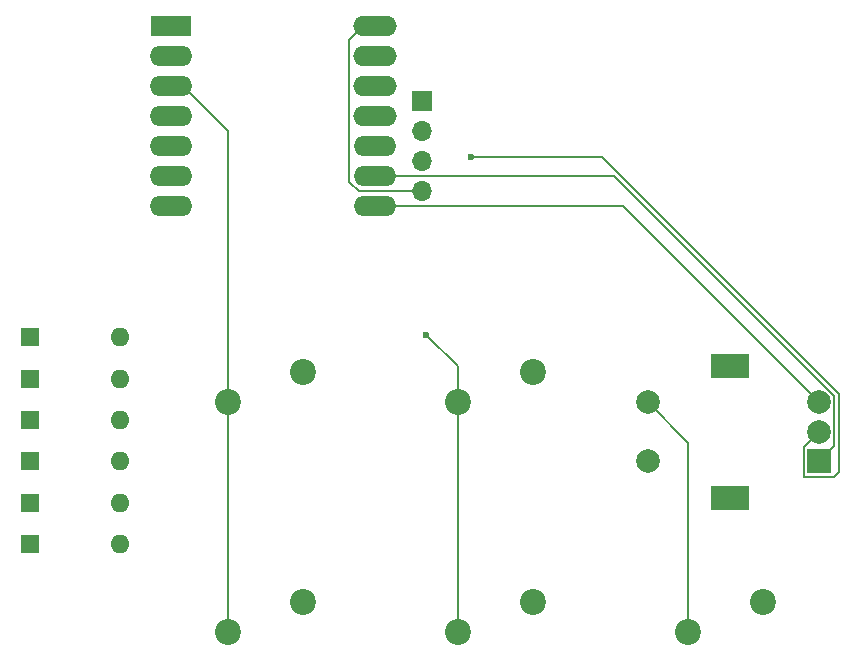
<source format=gbr>
%TF.GenerationSoftware,KiCad,Pcbnew,8.0.5*%
%TF.CreationDate,2024-10-20T15:53:25-05:00*%
%TF.ProjectId,hackpad,6861636b-7061-4642-9e6b-696361645f70,rev?*%
%TF.SameCoordinates,Original*%
%TF.FileFunction,Copper,L2,Bot*%
%TF.FilePolarity,Positive*%
%FSLAX46Y46*%
G04 Gerber Fmt 4.6, Leading zero omitted, Abs format (unit mm)*
G04 Created by KiCad (PCBNEW 8.0.5) date 2024-10-20 15:53:25*
%MOMM*%
%LPD*%
G01*
G04 APERTURE LIST*
%TA.AperFunction,ComponentPad*%
%ADD10R,1.600000X1.600000*%
%TD*%
%TA.AperFunction,ComponentPad*%
%ADD11O,1.600000X1.600000*%
%TD*%
%TA.AperFunction,ComponentPad*%
%ADD12R,3.500000X1.700000*%
%TD*%
%TA.AperFunction,ComponentPad*%
%ADD13O,3.600000X1.700000*%
%TD*%
%TA.AperFunction,ComponentPad*%
%ADD14O,3.700000X1.700000*%
%TD*%
%TA.AperFunction,ComponentPad*%
%ADD15R,1.700000X1.700000*%
%TD*%
%TA.AperFunction,ComponentPad*%
%ADD16O,1.700000X1.700000*%
%TD*%
%TA.AperFunction,ComponentPad*%
%ADD17R,2.000000X2.000000*%
%TD*%
%TA.AperFunction,ComponentPad*%
%ADD18C,2.000000*%
%TD*%
%TA.AperFunction,ComponentPad*%
%ADD19R,3.200000X2.000000*%
%TD*%
%TA.AperFunction,ComponentPad*%
%ADD20C,2.200000*%
%TD*%
%TA.AperFunction,ViaPad*%
%ADD21C,0.600000*%
%TD*%
%TA.AperFunction,Conductor*%
%ADD22C,0.200000*%
%TD*%
G04 APERTURE END LIST*
D10*
%TO.P,D2,1,K*%
%TO.N,ROW0*%
X77440000Y-47000000D03*
D11*
%TO.P,D2,2,A*%
%TO.N,Net-(D2-A)*%
X85060000Y-47000000D03*
%TD*%
D12*
%TO.P,U1,1,PA02_A0_D0*%
%TO.N,ROW1*%
X89375000Y-20630000D03*
D13*
%TO.P,U1,2,PA4_A1_D1*%
%TO.N,ROW0*%
X89375000Y-23170000D03*
%TO.P,U1,3,PA10_A2_D2*%
%TO.N,COL0*%
X89375000Y-25710000D03*
%TO.P,U1,4,PA11_A3_D3*%
%TO.N,COL1*%
X89375000Y-28250000D03*
%TO.P,U1,5,PA8_A4_D4_SDA*%
%TO.N,SDA*%
X89375000Y-30790000D03*
%TO.P,U1,6,PA9_A5_D5_SCL*%
%TO.N,SCL*%
X89375000Y-33330000D03*
%TO.P,U1,7,PB08_A6_D6_TX*%
%TO.N,unconnected-(U1-PB08_A6_D6_TX-Pad7)*%
X89375000Y-35870000D03*
%TO.P,U1,8,PB09_A7_D7_RX*%
%TO.N,EC11B*%
X106625000Y-35870000D03*
%TO.P,U1,9,PA7_A8_D8_SCK*%
%TO.N,EC11A*%
X106625000Y-33330000D03*
%TO.P,U1,10,PA5_A9_D9_MISO*%
%TO.N,COL2*%
X106625000Y-30790000D03*
D14*
%TO.P,U1,11,PA6_A10_D10_MOSI*%
%TO.N,unconnected-(U1-PA6_A10_D10_MOSI-Pad11)*%
X106625000Y-28250000D03*
%TO.P,U1,12,3V3*%
%TO.N,unconnected-(U1-3V3-Pad12)*%
X106625000Y-25710000D03*
%TO.P,U1,13,GND*%
%TO.N,GND*%
X106625000Y-23170000D03*
%TO.P,U1,14,5V*%
%TO.N,VCC*%
X106625000Y-20630000D03*
%TD*%
D15*
%TO.P,J1,1,Pin_1*%
%TO.N,SDA*%
X110625000Y-27000000D03*
D16*
%TO.P,J1,2,Pin_2*%
%TO.N,SCL*%
X110625000Y-29540000D03*
%TO.P,J1,3,Pin_3*%
%TO.N,GND*%
X110625000Y-32080000D03*
%TO.P,J1,4,Pin_4*%
%TO.N,VCC*%
X110625000Y-34620000D03*
%TD*%
D10*
%TO.P,D5,1,K*%
%TO.N,ROW1*%
X77440000Y-57500000D03*
D11*
%TO.P,D5,2,A*%
%TO.N,Net-(D5-A)*%
X85060000Y-57500000D03*
%TD*%
D10*
%TO.P,D1,1,K*%
%TO.N,ROW0*%
X77440000Y-50500000D03*
D11*
%TO.P,D1,2,A*%
%TO.N,Net-(D1-A)*%
X85060000Y-50500000D03*
%TD*%
D17*
%TO.P,SW1,A,A*%
%TO.N,EC11A*%
X144250000Y-57500000D03*
D18*
%TO.P,SW1,B,B*%
%TO.N,EC11B*%
X144250000Y-52500000D03*
%TO.P,SW1,C,C*%
%TO.N,GND*%
X144250000Y-55000000D03*
D19*
%TO.P,SW1,MP*%
%TO.N,N/C*%
X136750000Y-60600000D03*
X136750000Y-49400000D03*
D18*
%TO.P,SW1,S1,S1*%
%TO.N,COL2*%
X129750000Y-52500000D03*
%TO.P,SW1,S2,S2*%
%TO.N,EC11SWITCHB*%
X129750000Y-57500000D03*
%TD*%
D10*
%TO.P,D3,1,K*%
%TO.N,ROW1*%
X77440000Y-64500000D03*
D11*
%TO.P,D3,2,A*%
%TO.N,Net-(D3-A)*%
X85060000Y-64500000D03*
%TD*%
D20*
%TO.P,SW2,1,1*%
%TO.N,Net-(D1-A)*%
X100540000Y-49920000D03*
%TO.P,SW2,2,2*%
%TO.N,COL0*%
X94190000Y-52460000D03*
%TD*%
D10*
%TO.P,D4,1,K*%
%TO.N,ROW1*%
X77440000Y-61000000D03*
D11*
%TO.P,D4,2,A*%
%TO.N,Net-(D4-A)*%
X85060000Y-61000000D03*
%TD*%
D20*
%TO.P,SW5,1,1*%
%TO.N,Net-(D4-A)*%
X120040000Y-69420000D03*
%TO.P,SW5,2,2*%
%TO.N,COL1*%
X113690000Y-71960000D03*
%TD*%
D10*
%TO.P,D6,1,K*%
%TO.N,ROW0*%
X77440000Y-54000000D03*
D11*
%TO.P,D6,2,A*%
%TO.N,EC11SWITCHB*%
X85060000Y-54000000D03*
%TD*%
D20*
%TO.P,SW4,1,1*%
%TO.N,Net-(D3-A)*%
X100540000Y-69420000D03*
%TO.P,SW4,2,2*%
%TO.N,COL0*%
X94190000Y-71960000D03*
%TD*%
%TO.P,SW3,1,1*%
%TO.N,Net-(D2-A)*%
X120040000Y-49920000D03*
%TO.P,SW3,2,2*%
%TO.N,COL1*%
X113690000Y-52460000D03*
%TD*%
%TO.P,SW6,1,1*%
%TO.N,Net-(D5-A)*%
X139540000Y-69420000D03*
%TO.P,SW6,2,2*%
%TO.N,COL2*%
X133190000Y-71960000D03*
%TD*%
D21*
%TO.N,GND*%
X114750000Y-31750000D03*
%TO.N,COL1*%
X111000000Y-46750000D03*
%TD*%
D22*
%TO.N,GND*%
X145550000Y-58800000D02*
X142950000Y-58800000D01*
X142950000Y-58800000D02*
X142950000Y-56300000D01*
X114750000Y-31750000D02*
X125904164Y-31750000D01*
X125904164Y-31750000D02*
X145950000Y-51795836D01*
X145950000Y-58400000D02*
X145550000Y-58800000D01*
X145950000Y-51795836D02*
X145950000Y-58400000D01*
X142950000Y-56300000D02*
X144250000Y-55000000D01*
%TO.N,VCC*%
X104475000Y-33806346D02*
X104475000Y-26225000D01*
X104475000Y-21780000D02*
X105625000Y-20630000D01*
X104475000Y-26225000D02*
X104475000Y-21780000D01*
X105288654Y-34620000D02*
X104475000Y-33806346D01*
X110625000Y-34620000D02*
X105288654Y-34620000D01*
%TO.N,COL2*%
X133190000Y-55940000D02*
X133190000Y-71960000D01*
X129750000Y-52500000D02*
X133190000Y-55940000D01*
%TO.N,EC11B*%
X127620000Y-35870000D02*
X144250000Y-52500000D01*
X105625000Y-35870000D02*
X127620000Y-35870000D01*
%TO.N,EC11A*%
X145550000Y-56200000D02*
X144250000Y-57500000D01*
X105625000Y-33330000D02*
X126918478Y-33330000D01*
X126918478Y-33330000D02*
X145550000Y-51961522D01*
X145550000Y-51961522D02*
X145550000Y-56200000D01*
%TO.N,COL0*%
X94190000Y-52460000D02*
X94190000Y-71960000D01*
X94190000Y-29525000D02*
X94190000Y-52460000D01*
X90375000Y-25710000D02*
X94190000Y-29525000D01*
%TO.N,COL1*%
X111000000Y-46750000D02*
X113690000Y-49440000D01*
X113690000Y-49440000D02*
X113690000Y-52460000D01*
X113690000Y-52460000D02*
X113690000Y-71960000D01*
%TD*%
M02*

</source>
